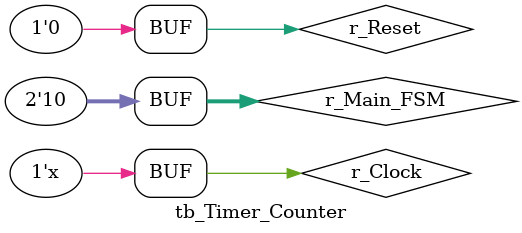
<source format=v>
`timescale 1us/1ns			//Simulation time (how often update values and sets value of delay time units)
module tb_Timer_Counter;
	parameter s_IDLE 		= 2'b00;
	parameter s_EXPOSURE	= 2'b01;
	parameter s_READOUT 	= 2'b10;

	parameter s_INIT	= 3'b000;
	parameter s_NRE_1	= 3'b001;
	parameter s_ADC_1	= 3'b010;
	parameter s_NOTHING	= 3'b011;
	parameter s_NRE_2	= 3'b100;
	parameter s_ADC_2	= 3'b101;
  	parameter s_END		= 3'b110;
	
	reg r_Clock = 1'b0;
	reg r_Reset = 1'b0;
  	reg [1:0] r_Main_FSM = s_IDLE;
	
  	wire [2:0] w_RD_FSM;
  	wire [1:0] w_RD_timer;
	
	//Instantiation of Timer_Counter, called UUT (Unit Under Test)
	Timer_Counter UUT (
		.i_Clock(r_Clock),
		.i_Reset(r_Reset),
		.i_Main_FSM(r_Main_FSM),
      	.o_RD_FSM(w_RD_FSM),
		.o_RD_timer(w_RD_timer)
	);
  	always #2 r_Clock <= !r_Clock;
	
  	initial begin				//Function calls to create a *.vcd file
  		$dumpfile("dump.vcd");	//NECESSARY JUST TO SIMULATE IN edaplayground.com
  		$dumpvars(1);			//WITH EITHER VERILOG OR SYSTEMVERILOG
	end
  
	initial begin	//Initial block
		r_Reset <= 1'b1; #6	//6us seconds
		r_Reset <= 1'b0; #6
      	r_Main_FSM <= s_READOUT;
		
		$display("Test Complete");
	end

endmodule	//tb_Timer_Counter
</source>
